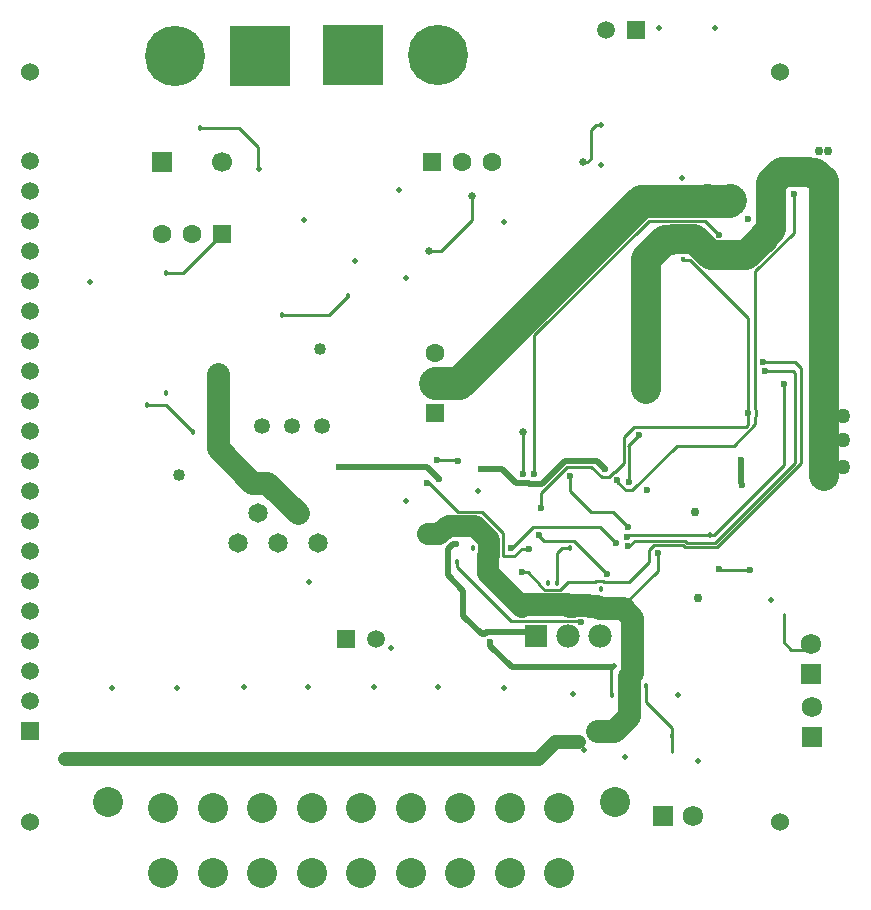
<source format=gbl>
G04*
G04 #@! TF.GenerationSoftware,Altium Limited,Altium Designer,19.1.9 (167)*
G04*
G04 Layer_Physical_Order=4*
G04 Layer_Color=16711680*
%FSLAX25Y25*%
%MOIN*%
G70*
G01*
G75*
%ADD10C,0.01000*%
%ADD113C,0.02000*%
%ADD116C,0.07600*%
%ADD118C,0.07300*%
%ADD120C,0.04500*%
%ADD122C,0.10000*%
%ADD152C,0.05315*%
%ADD153C,0.06496*%
%ADD154C,0.10000*%
%ADD155C,0.20079*%
%ADD156R,0.20079X0.20079*%
%ADD157C,0.06791*%
%ADD158R,0.06791X0.06791*%
%ADD159R,0.06791X0.06791*%
%ADD160C,0.05906*%
%ADD161R,0.05906X0.05906*%
%ADD162R,0.05906X0.05906*%
%ADD163C,0.06000*%
%ADD164C,0.06299*%
%ADD165R,0.06299X0.06299*%
%ADD166C,0.06299*%
%ADD167R,0.06299X0.06299*%
%ADD168R,0.06693X0.06693*%
%ADD169C,0.06693*%
%ADD170C,0.07795*%
%ADD171R,0.07795X0.07795*%
%ADD172C,0.02000*%
%ADD173C,0.05000*%
%ADD174C,0.02362*%
%ADD175C,0.02500*%
%ADD176C,0.01800*%
%ADD177C,0.04500*%
%ADD178C,0.01968*%
%ADD179C,0.01780*%
%ADD180C,0.03000*%
%ADD181C,0.04000*%
%ADD182C,0.11000*%
D10*
X101098Y243500D02*
G03*
X101500Y243334I402J402D01*
G01*
X101500Y243334D01*
X101098Y243500D02*
Y250002D01*
X224700Y138500D02*
Y150300D01*
X223000Y144750D02*
Y153500D01*
X219931Y141681D02*
X223000Y144750D01*
X219655Y141681D02*
X219931D01*
X217974Y140000D02*
X219655Y141681D01*
X215672Y140000D02*
X217974D01*
X220765Y138643D02*
Y139000D01*
X224500Y150500D02*
X228000Y154000D01*
X226370Y156870D02*
X263870D01*
X225811Y135819D02*
X240592Y150600D01*
X223589Y135819D02*
X225811D01*
X220765Y138643D02*
X223589Y135819D01*
X205031Y135468D02*
Y140500D01*
X195500Y134760D02*
X204240Y143500D01*
X223000Y153500D02*
X226370Y156870D01*
X224500Y150500D02*
X224700Y150300D01*
X240592Y150600D02*
X259721D01*
X196774Y102370D02*
X201771D01*
X195223Y103920D02*
X196774Y102370D01*
X195223Y103920D02*
Y104271D01*
X190994Y108500D02*
X195223Y104271D01*
X206552Y118825D02*
X217558Y107819D01*
X216324Y105138D02*
X224638D01*
X215962Y105500D02*
X216324Y105138D01*
X222658Y96327D02*
Y96351D01*
X213842Y105500D02*
X215962D01*
X213342Y105000D02*
X213842Y105500D01*
X204401Y105000D02*
X213342D01*
X222135Y96874D02*
X234250Y108989D01*
X278854Y82500D02*
X286504D01*
X276354Y85000D02*
X278854Y82500D01*
X276354Y94354D02*
X276500Y94500D01*
X276354Y85000D02*
Y94354D01*
X182705Y113734D02*
Y121371D01*
Y113734D02*
X186498D01*
X167510Y110052D02*
Y111787D01*
X175595Y128481D02*
X182705Y121371D01*
X158019Y138319D02*
X167857Y128481D01*
X175595D01*
X185400Y116128D02*
Y116500D01*
X186498Y113734D02*
X189022Y116259D01*
X185400Y116128D02*
X192703Y123431D01*
X279750Y221602D02*
Y234500D01*
X266819Y208662D02*
X279758Y221602D01*
X231274Y225581D02*
X249922D01*
X244930Y212639D02*
X264500Y193069D01*
X242561Y212639D02*
X244930D01*
X249922Y225581D02*
X254751Y220752D01*
X124587Y194000D02*
X131000Y200413D01*
X109000Y194000D02*
X124587D01*
X81604Y256500D02*
X94600D01*
X70465Y164157D02*
X79448Y155174D01*
X255240Y109000D02*
X265000D01*
X254740Y109500D02*
X255240Y109000D01*
X243402Y118922D02*
X244127Y118197D01*
X242635Y117568D02*
X243506Y116697D01*
X231287Y115903D02*
X232952Y117568D01*
X242635D01*
X224792Y117000D02*
X226714Y118922D01*
X224500Y117000D02*
X224792D01*
X226714Y118922D02*
X243402D01*
X234250Y108989D02*
Y114887D01*
X231287Y111787D02*
Y115903D01*
X224000Y120000D02*
X224819Y120819D01*
X251802D01*
X251808Y120825D01*
X253163D01*
X276500Y144161D01*
X253342Y118197D02*
X280084Y144940D01*
X244127Y118197D02*
X253342D01*
X253963Y116697D02*
X282181Y144915D01*
X243506Y116697D02*
X253963D01*
X280084Y144940D02*
Y174914D01*
X282181Y144915D02*
Y176403D01*
X276500Y144161D02*
Y171000D01*
X279499Y175500D02*
X280084Y174914D01*
X266819Y162853D02*
Y208662D01*
Y162853D02*
X267114Y162558D01*
Y160336D02*
Y162558D01*
X266819Y160041D02*
X267114Y160336D01*
X266819Y157698D02*
Y160041D01*
X259721Y150600D02*
X266819Y157698D01*
X264433Y161447D02*
Y193002D01*
X264500Y193069D01*
X264433Y157567D02*
Y161447D01*
Y157567D02*
X264500Y157500D01*
X193050Y187358D02*
X231274Y225581D01*
X204240Y143500D02*
X212172D01*
X195500Y129900D02*
Y134760D01*
X189300Y141200D02*
Y154983D01*
X189284Y155000D02*
X189300Y154983D01*
X193050Y141000D02*
Y187358D01*
X185338Y92224D02*
X208689D01*
X230400Y65100D02*
X239000Y56500D01*
X230400Y65100D02*
Y70500D01*
X230000D02*
X230400D01*
X229992Y70508D02*
X230000Y70500D01*
X218900Y76753D02*
Y77144D01*
Y67939D02*
Y76753D01*
Y77144D02*
X219892D01*
X201771Y102370D02*
X204401Y105000D01*
X224638Y105138D02*
X231287Y111787D01*
X189076Y108500D02*
X190994D01*
X200900Y104950D02*
Y114887D01*
X202432Y116419D01*
X242650Y212729D02*
Y212764D01*
X242561Y212639D02*
X242650Y212729D01*
X192703Y123431D02*
X215069D01*
X220500Y118000D01*
X194750Y120619D02*
X196544Y118825D01*
X194750Y120619D02*
Y120750D01*
X160604Y145877D02*
X167623D01*
X167850Y145650D01*
X222135Y96874D02*
X222658Y96351D01*
X157500Y138319D02*
X158019D01*
X189022Y116259D02*
X191252D01*
X196544Y118825D02*
X206552D01*
X202432Y116419D02*
X205031D01*
X167510Y110052D02*
X185338Y92224D01*
X212000Y246100D02*
Y255700D01*
X210900Y245000D02*
X212000Y246100D01*
X209500Y245000D02*
X210900D01*
X213668Y257368D02*
X215431D01*
X212000Y255700D02*
X213668Y257368D01*
X94600Y256500D02*
X101098Y250002D01*
X279750Y221602D02*
X279758D01*
X269500Y178500D02*
X280084D01*
X101500Y242800D02*
Y243334D01*
X270000Y175500D02*
X279499D01*
X280084Y178500D02*
X282181Y176403D01*
X263870Y156870D02*
X264500Y157500D01*
X212172Y143500D02*
X215672Y140000D01*
X205031Y135468D02*
X212000Y128500D01*
X219500D01*
X224500Y123500D01*
X172500Y225877D02*
Y233776D01*
X162122Y215500D02*
X172500Y225877D01*
X158000Y215500D02*
X162122D01*
X76000Y208000D02*
X89000Y221000D01*
X70465Y208000D02*
X76000D01*
X64157Y164157D02*
X70465D01*
X239000Y48500D02*
Y56500D01*
D113*
X216900Y142750D02*
X216901D01*
X195819Y137819D02*
X203500Y145500D01*
X165950Y117950D02*
X167050D01*
X164292Y107354D02*
Y116292D01*
X165950Y117950D01*
X182249Y142751D02*
X186981Y138019D01*
X191732Y137819D02*
X195819D01*
X186981Y138019D02*
X190618D01*
X190918Y138319D02*
X191232D01*
X190618Y138019D02*
X190918Y138319D01*
X191232D02*
X191732Y137819D01*
X218900Y76753D02*
X219500D01*
X185747D02*
X218900D01*
X177240Y88371D02*
X192879D01*
X178558Y83942D02*
X185747Y76753D01*
X176619Y87750D02*
X177240Y88371D01*
X175750Y87750D02*
X176619D01*
X178558Y83942D02*
Y85190D01*
X192879Y88371D02*
X193500Y87750D01*
X216901Y142750D02*
X216902Y142751D01*
X214153Y145500D02*
X216902Y142751D01*
X128000Y143500D02*
X157500D01*
X164292Y107354D02*
X169516Y102130D01*
Y93984D02*
X175750Y87750D01*
X169516Y93984D02*
Y102130D01*
X262232Y138024D02*
Y145877D01*
X262500Y137657D02*
Y137756D01*
X262232Y138024D02*
X262500Y137756D01*
X203500Y145500D02*
X214153D01*
X175391Y142751D02*
X182249D01*
X161461Y139500D02*
Y139539D01*
X157500Y143500D02*
X161461Y139539D01*
D116*
X189004Y97716D02*
X204124D01*
X188846Y97874D02*
X189004Y97716D01*
X214724Y96327D02*
X222658D01*
X225692Y93294D01*
X210959Y97379D02*
X211314Y97024D01*
X206418Y97379D02*
X210959D01*
X214027Y97024D02*
X214724Y96327D01*
X211314Y97024D02*
X214027D01*
X206064D02*
X206418Y97379D01*
X204816Y97024D02*
X206064D01*
X224700Y60500D02*
Y73750D01*
X219700Y55500D02*
X224700Y60500D01*
X225692Y74742D02*
Y93294D01*
X224700Y73750D02*
X225692Y74742D01*
X104181Y138319D02*
X114500Y128000D01*
X99181Y138319D02*
X104181D01*
X87834Y149666D02*
X99181Y138319D01*
X204124Y97716D02*
X204816Y97024D01*
X214000Y55500D02*
X219700D01*
X87834Y149666D02*
Y174500D01*
D118*
X173393Y123831D02*
X178201Y119023D01*
Y114263D02*
Y119023D01*
X177669Y113731D02*
X178201Y114263D01*
X177669Y108205D02*
Y113731D01*
X163961Y123500D02*
X164292D01*
X164623Y123831D01*
X157614Y121000D02*
X161461D01*
X163961Y123500D01*
X164623Y123831D02*
X173393D01*
X177669Y108205D02*
X189000Y96874D01*
D120*
X36809Y46278D02*
X194604D01*
X200204Y51878D02*
X204184D01*
X194604Y46278D02*
X200204Y51878D01*
X204184D02*
X208109D01*
D122*
X272200Y238200D02*
X275681Y241681D01*
X284712D02*
X284993Y241400D01*
X275681Y241681D02*
X284712D01*
X286900Y241400D02*
X289600Y238700D01*
X284993Y241400D02*
X286900D01*
X272200Y222751D02*
Y238200D01*
X269600Y220151D02*
X272200Y222751D01*
X269600Y219929D02*
Y220151D01*
X263742Y214071D02*
X269600Y219929D01*
X246400Y219654D02*
X251983Y214071D01*
X239506Y219654D02*
X246400D01*
X239152Y219300D02*
X239506Y219654D01*
X236900Y219300D02*
X239152D01*
X230500Y212900D02*
X236900Y219300D01*
X251983Y214071D02*
X263742D01*
X289600Y140500D02*
Y238700D01*
X230500Y169600D02*
Y212900D01*
D152*
X102500Y157000D02*
D03*
X112500D02*
D03*
X122500D02*
D03*
D153*
X121198Y118100D02*
D03*
X114498Y128100D02*
D03*
X107797Y118100D02*
D03*
X101096Y128100D02*
D03*
X94395Y118100D02*
D03*
D154*
X220031Y31950D02*
D03*
X51032D02*
D03*
X69532Y29750D02*
D03*
X86032D02*
D03*
X102532D02*
D03*
X152032D02*
D03*
X135531D02*
D03*
X119032D02*
D03*
X201532D02*
D03*
X185031D02*
D03*
X168532D02*
D03*
Y8050D02*
D03*
X185031D02*
D03*
X201532D02*
D03*
X119032D02*
D03*
X135531D02*
D03*
X152032D02*
D03*
X102532D02*
D03*
X86032D02*
D03*
X69532D02*
D03*
D155*
X73466Y280500D02*
D03*
X161024Y280968D02*
D03*
D156*
X101667Y280500D02*
D03*
X132823Y280968D02*
D03*
D157*
X285252Y84567D02*
D03*
X285673Y63496D02*
D03*
X246100Y27150D02*
D03*
D158*
X285252Y74567D02*
D03*
X285673Y53496D02*
D03*
D159*
X236100Y27150D02*
D03*
D160*
X25000Y245500D02*
D03*
Y235500D02*
D03*
Y225500D02*
D03*
Y215500D02*
D03*
Y205500D02*
D03*
Y195500D02*
D03*
Y185500D02*
D03*
Y175500D02*
D03*
Y165500D02*
D03*
Y155500D02*
D03*
Y145500D02*
D03*
Y135500D02*
D03*
Y125500D02*
D03*
Y115500D02*
D03*
Y105500D02*
D03*
Y95500D02*
D03*
Y85500D02*
D03*
Y75500D02*
D03*
Y65500D02*
D03*
X140500Y86000D02*
D03*
X217000Y289000D02*
D03*
D161*
X25000Y55500D02*
D03*
D162*
X130500Y86000D02*
D03*
X227000Y289000D02*
D03*
D163*
X275000Y25000D02*
D03*
X25000D02*
D03*
X275000Y275000D02*
D03*
X25000D02*
D03*
X251300Y232000D02*
D03*
X258500Y232500D02*
D03*
X87834Y174500D02*
D03*
D164*
X160000Y181500D02*
D03*
Y171500D02*
D03*
D165*
Y161500D02*
D03*
D166*
X179000Y245000D02*
D03*
X169000D02*
D03*
X69000Y221000D02*
D03*
X79000D02*
D03*
D167*
X159000Y245000D02*
D03*
X89000Y221000D02*
D03*
D168*
X69000Y245000D02*
D03*
D169*
X89000D02*
D03*
D170*
X215000Y87000D02*
D03*
X204370D02*
D03*
D171*
X193740D02*
D03*
D172*
X80010Y45478D02*
D03*
X145500Y83000D02*
D03*
X272000Y99000D02*
D03*
X242500Y239961D02*
D03*
X219892Y77144D02*
D03*
X174350Y135400D02*
D03*
X123445Y45478D02*
D03*
X145907Y45199D02*
D03*
X168495D02*
D03*
X187676D02*
D03*
X101941Y45478D02*
D03*
X59109D02*
D03*
X36703Y46010D02*
D03*
X204184Y51878D02*
D03*
X209600Y49100D02*
D03*
X241243Y67361D02*
D03*
X223449Y46905D02*
D03*
X150469Y206350D02*
D03*
X215431Y257368D02*
D03*
X101500Y242800D02*
D03*
D173*
X230500Y169600D02*
D03*
X296211Y143500D02*
D03*
Y152500D02*
D03*
Y160584D02*
D03*
D174*
X228000Y154000D02*
D03*
X224700Y138500D02*
D03*
X220765Y139000D02*
D03*
X216900Y142750D02*
D03*
X205031Y140500D02*
D03*
X230800Y135850D02*
D03*
X217558Y107819D02*
D03*
X208689Y91898D02*
D03*
X167050Y117950D02*
D03*
X185400Y116500D02*
D03*
X279750Y234500D02*
D03*
X264500Y226010D02*
D03*
X254751Y220752D02*
D03*
X254740Y109500D02*
D03*
X234250Y114887D02*
D03*
X276500Y171000D02*
D03*
X264433Y161447D02*
D03*
X189300Y141200D02*
D03*
X193050Y141000D02*
D03*
X178558Y85190D02*
D03*
X189076Y108500D02*
D03*
X194750Y120750D02*
D03*
X167850Y145650D02*
D03*
X128000Y143500D02*
D03*
X157500Y138319D02*
D03*
X191252Y116259D02*
D03*
X160604Y145877D02*
D03*
X269500Y178500D02*
D03*
X270000Y175500D02*
D03*
X262232Y145877D02*
D03*
X224500Y117000D02*
D03*
X262500Y137657D02*
D03*
X265000Y109000D02*
D03*
X195500Y129900D02*
D03*
X175391Y142751D02*
D03*
X224000Y120000D02*
D03*
X220500Y118000D02*
D03*
X157614Y121000D02*
D03*
X224500Y123500D02*
D03*
X161461Y139500D02*
D03*
D175*
X189284Y155000D02*
D03*
X158000Y215500D02*
D03*
X172500Y233776D02*
D03*
X209500Y245000D02*
D03*
D176*
X197624Y104914D02*
D03*
X215268Y102800D02*
D03*
X172801Y116500D02*
D03*
X167510Y111787D02*
D03*
X81604Y256500D02*
D03*
X79448Y155174D02*
D03*
X251808Y120825D02*
D03*
X230400Y70500D02*
D03*
X219000Y67350D02*
D03*
X200900Y104950D02*
D03*
X70300Y168300D02*
D03*
X131000Y200413D02*
D03*
X205031Y116419D02*
D03*
X109000Y194000D02*
D03*
X70465Y208000D02*
D03*
X64157Y164157D02*
D03*
X238998Y53734D02*
D03*
D177*
X222658Y96327D02*
D03*
X189000Y96874D02*
D03*
X226139Y94000D02*
D03*
X214000Y55500D02*
D03*
X219700D02*
D03*
D178*
X183246Y69722D02*
D03*
X139787Y70026D02*
D03*
X117727Y70049D02*
D03*
X74130Y69978D02*
D03*
X52509Y69778D02*
D03*
X183207Y225036D02*
D03*
X247764Y45421D02*
D03*
X150469Y132212D02*
D03*
X148000Y235775D02*
D03*
X133409Y212000D02*
D03*
X253514Y289900D02*
D03*
X234900D02*
D03*
X206191Y67928D02*
D03*
X215547Y244000D02*
D03*
X45000Y205240D02*
D03*
X161129Y70055D02*
D03*
X96372D02*
D03*
X116500Y225917D02*
D03*
X118000Y105000D02*
D03*
D179*
X242650Y212764D02*
D03*
D180*
X246766Y128591D02*
D03*
X247731Y99673D02*
D03*
X291016Y248900D02*
D03*
X288100D02*
D03*
D181*
X121847Y182761D02*
D03*
X74700Y140712D02*
D03*
D182*
X228581Y232081D02*
X250245D01*
X251300Y232000D02*
Y232026D01*
X250826Y232500D02*
X251300Y232026D01*
Y232000D02*
X258000D01*
X258500Y232500D01*
X168000Y171500D02*
X228581Y232081D01*
X250326Y232000D02*
X250826Y232500D01*
X160000Y171500D02*
X168000D01*
M02*

</source>
